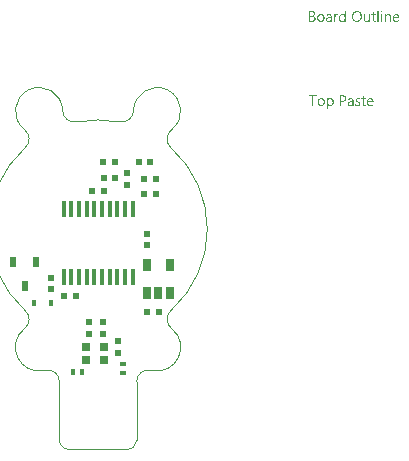
<source format=gtp>
G04*
G04 #@! TF.GenerationSoftware,Altium Limited,Altium Designer,21.9.2 (33)*
G04*
G04 Layer_Color=8421504*
%FSAX25Y25*%
%MOIN*%
G70*
G04*
G04 #@! TF.SameCoordinates,A6586CB6-8B30-4D09-AE0A-FB24D08DFB98*
G04*
G04*
G04 #@! TF.FilePolarity,Positive*
G04*
G01*
G75*
%ADD12C,0.00394*%
%ADD13R,0.01280X0.02461*%
%ADD14R,0.02461X0.01280*%
%ADD15R,0.03150X0.02559*%
%ADD16R,0.02165X0.01968*%
%ADD17R,0.01575X0.05315*%
%ADD18R,0.02362X0.03543*%
%ADD19R,0.02165X0.01968*%
%ADD20R,0.02756X0.03937*%
%ADD21R,0.01968X0.02165*%
%ADD22R,0.01575X0.02362*%
%ADD23R,0.01968X0.02165*%
G36*
X0094583Y0072803D02*
X0094608D01*
X0094664Y0072779D01*
X0094695Y0072760D01*
X0094726Y0072735D01*
X0094732Y0072729D01*
X0094738Y0072723D01*
X0094769Y0072686D01*
X0094794Y0072624D01*
X0094800Y0072587D01*
X0094806Y0072550D01*
Y0072543D01*
Y0072531D01*
X0094800Y0072513D01*
X0094794Y0072488D01*
X0094775Y0072426D01*
X0094750Y0072395D01*
X0094726Y0072364D01*
X0094719D01*
X0094713Y0072351D01*
X0094676Y0072327D01*
X0094620Y0072302D01*
X0094583Y0072296D01*
X0094546Y0072290D01*
X0094527D01*
X0094509Y0072296D01*
X0094484D01*
X0094422Y0072321D01*
X0094391Y0072333D01*
X0094360Y0072358D01*
Y0072364D01*
X0094348Y0072370D01*
X0094336Y0072389D01*
X0094323Y0072407D01*
X0094298Y0072469D01*
X0094292Y0072506D01*
X0094286Y0072550D01*
Y0072556D01*
Y0072568D01*
X0094292Y0072587D01*
X0094298Y0072618D01*
X0094317Y0072673D01*
X0094336Y0072704D01*
X0094360Y0072735D01*
X0094366Y0072742D01*
X0094373Y0072748D01*
X0094410Y0072772D01*
X0094472Y0072797D01*
X0094509Y0072810D01*
X0094564D01*
X0094583Y0072803D01*
D02*
G37*
G36*
X0082593Y0069139D02*
X0082191D01*
Y0069560D01*
X0082178D01*
Y0069554D01*
X0082166Y0069541D01*
X0082147Y0069516D01*
X0082129Y0069485D01*
X0082098Y0069448D01*
X0082061Y0069411D01*
X0082017Y0069368D01*
X0081968Y0069325D01*
X0081912Y0069275D01*
X0081844Y0069232D01*
X0081776Y0069195D01*
X0081695Y0069157D01*
X0081615Y0069126D01*
X0081522Y0069102D01*
X0081423Y0069089D01*
X0081318Y0069083D01*
X0081275D01*
X0081238Y0069089D01*
X0081200Y0069096D01*
X0081151Y0069102D01*
X0081046Y0069126D01*
X0080922Y0069164D01*
X0080798Y0069226D01*
X0080730Y0069263D01*
X0080674Y0069306D01*
X0080612Y0069362D01*
X0080557Y0069417D01*
Y0069424D01*
X0080544Y0069436D01*
X0080532Y0069455D01*
X0080513Y0069479D01*
X0080495Y0069510D01*
X0080470Y0069554D01*
X0080445Y0069603D01*
X0080420Y0069659D01*
X0080389Y0069721D01*
X0080365Y0069789D01*
X0080340Y0069863D01*
X0080321Y0069944D01*
X0080303Y0070030D01*
X0080290Y0070129D01*
X0080284Y0070228D01*
X0080278Y0070334D01*
Y0070340D01*
Y0070358D01*
Y0070395D01*
X0080284Y0070439D01*
X0080290Y0070488D01*
X0080297Y0070550D01*
X0080303Y0070618D01*
X0080315Y0070693D01*
X0080352Y0070854D01*
X0080408Y0071021D01*
X0080445Y0071101D01*
X0080489Y0071182D01*
X0080532Y0071256D01*
X0080588Y0071330D01*
X0080594Y0071336D01*
X0080600Y0071349D01*
X0080618Y0071367D01*
X0080643Y0071392D01*
X0080674Y0071417D01*
X0080717Y0071448D01*
X0080761Y0071485D01*
X0080810Y0071522D01*
X0080934Y0071590D01*
X0081077Y0071652D01*
X0081157Y0071671D01*
X0081244Y0071689D01*
X0081330Y0071702D01*
X0081429Y0071708D01*
X0081479D01*
X0081516Y0071702D01*
X0081553Y0071695D01*
X0081603Y0071689D01*
X0081714Y0071658D01*
X0081838Y0071609D01*
X0081900Y0071578D01*
X0081962Y0071534D01*
X0082024Y0071491D01*
X0082079Y0071435D01*
X0082129Y0071373D01*
X0082178Y0071299D01*
X0082191D01*
Y0072859D01*
X0082593D01*
Y0069139D01*
D02*
G37*
G36*
X0096861Y0071702D02*
X0096935Y0071695D01*
X0097028Y0071677D01*
X0097127Y0071646D01*
X0097232Y0071596D01*
X0097338Y0071528D01*
X0097381Y0071491D01*
X0097424Y0071442D01*
X0097437Y0071429D01*
X0097461Y0071392D01*
X0097492Y0071330D01*
X0097536Y0071244D01*
X0097573Y0071138D01*
X0097610Y0071008D01*
X0097635Y0070854D01*
X0097641Y0070674D01*
Y0069139D01*
X0097239D01*
Y0070569D01*
Y0070575D01*
Y0070606D01*
X0097232Y0070643D01*
Y0070693D01*
X0097220Y0070754D01*
X0097208Y0070823D01*
X0097189Y0070897D01*
X0097164Y0070971D01*
X0097133Y0071045D01*
X0097096Y0071114D01*
X0097047Y0071182D01*
X0096991Y0071244D01*
X0096929Y0071293D01*
X0096849Y0071330D01*
X0096762Y0071361D01*
X0096657Y0071367D01*
X0096644D01*
X0096607Y0071361D01*
X0096552Y0071355D01*
X0096483Y0071336D01*
X0096403Y0071312D01*
X0096316Y0071268D01*
X0096236Y0071213D01*
X0096155Y0071138D01*
X0096149Y0071126D01*
X0096124Y0071101D01*
X0096093Y0071052D01*
X0096056Y0070983D01*
X0096019Y0070903D01*
X0095988Y0070804D01*
X0095964Y0070693D01*
X0095957Y0070569D01*
Y0069139D01*
X0095555D01*
Y0071652D01*
X0095957D01*
Y0071231D01*
X0095970D01*
X0095976Y0071237D01*
X0095982Y0071250D01*
X0096001Y0071275D01*
X0096025Y0071305D01*
X0096050Y0071342D01*
X0096087Y0071380D01*
X0096131Y0071423D01*
X0096180Y0071473D01*
X0096236Y0071516D01*
X0096298Y0071559D01*
X0096366Y0071596D01*
X0096440Y0071633D01*
X0096514Y0071664D01*
X0096601Y0071689D01*
X0096694Y0071702D01*
X0096793Y0071708D01*
X0096830D01*
X0096861Y0071702D01*
D02*
G37*
G36*
X0079863Y0071689D02*
X0079937Y0071683D01*
X0079981Y0071671D01*
X0080012Y0071658D01*
Y0071244D01*
X0080006Y0071250D01*
X0079993Y0071256D01*
X0079969Y0071268D01*
X0079937Y0071287D01*
X0079894Y0071299D01*
X0079839Y0071312D01*
X0079777Y0071318D01*
X0079708Y0071324D01*
X0079696D01*
X0079665Y0071318D01*
X0079616Y0071312D01*
X0079560Y0071293D01*
X0079486Y0071262D01*
X0079418Y0071219D01*
X0079343Y0071157D01*
X0079275Y0071076D01*
X0079269Y0071064D01*
X0079251Y0071033D01*
X0079220Y0070977D01*
X0079189Y0070903D01*
X0079158Y0070810D01*
X0079127Y0070693D01*
X0079108Y0070563D01*
X0079102Y0070414D01*
Y0069139D01*
X0078699D01*
Y0071652D01*
X0079102D01*
Y0071132D01*
X0079114D01*
Y0071138D01*
X0079120Y0071144D01*
X0079133Y0071175D01*
X0079151Y0071225D01*
X0079182Y0071287D01*
X0079213Y0071349D01*
X0079263Y0071417D01*
X0079312Y0071485D01*
X0079374Y0071547D01*
X0079380Y0071553D01*
X0079405Y0071572D01*
X0079442Y0071596D01*
X0079492Y0071621D01*
X0079548Y0071646D01*
X0079616Y0071671D01*
X0079690Y0071689D01*
X0079770Y0071695D01*
X0079826D01*
X0079863Y0071689D01*
D02*
G37*
G36*
X0090603Y0069139D02*
X0090201D01*
Y0069535D01*
X0090188D01*
Y0069529D01*
X0090176Y0069516D01*
X0090163Y0069492D01*
X0090139Y0069467D01*
X0090083Y0069393D01*
X0089996Y0069312D01*
X0089947Y0069269D01*
X0089891Y0069226D01*
X0089829Y0069188D01*
X0089755Y0069151D01*
X0089681Y0069126D01*
X0089600Y0069102D01*
X0089507Y0069089D01*
X0089414Y0069083D01*
X0089377D01*
X0089334Y0069089D01*
X0089272Y0069102D01*
X0089204Y0069114D01*
X0089130Y0069139D01*
X0089049Y0069170D01*
X0088969Y0069219D01*
X0088882Y0069275D01*
X0088802Y0069343D01*
X0088727Y0069430D01*
X0088659Y0069535D01*
X0088597Y0069653D01*
X0088554Y0069795D01*
X0088529Y0069962D01*
X0088517Y0070049D01*
Y0070148D01*
Y0071652D01*
X0088913D01*
Y0070210D01*
Y0070204D01*
Y0070179D01*
X0088919Y0070135D01*
X0088925Y0070086D01*
X0088932Y0070024D01*
X0088944Y0069962D01*
X0088963Y0069888D01*
X0088987Y0069814D01*
X0089025Y0069739D01*
X0089062Y0069671D01*
X0089111Y0069603D01*
X0089173Y0069541D01*
X0089241Y0069492D01*
X0089322Y0069455D01*
X0089421Y0069424D01*
X0089526Y0069417D01*
X0089538D01*
X0089575Y0069424D01*
X0089631Y0069430D01*
X0089693Y0069442D01*
X0089773Y0069473D01*
X0089854Y0069510D01*
X0089934Y0069560D01*
X0090009Y0069634D01*
X0090015Y0069647D01*
X0090040Y0069671D01*
X0090071Y0069721D01*
X0090108Y0069789D01*
X0090139Y0069869D01*
X0090170Y0069968D01*
X0090194Y0070080D01*
X0090201Y0070204D01*
Y0071652D01*
X0090603D01*
Y0069139D01*
D02*
G37*
G36*
X0094738D02*
X0094336D01*
Y0071652D01*
X0094738D01*
Y0069139D01*
D02*
G37*
G36*
X0093518D02*
X0093116D01*
Y0072859D01*
X0093518D01*
Y0069139D01*
D02*
G37*
G36*
X0077140Y0071702D02*
X0077195Y0071695D01*
X0077263Y0071677D01*
X0077338Y0071658D01*
X0077418Y0071627D01*
X0077505Y0071590D01*
X0077585Y0071541D01*
X0077666Y0071479D01*
X0077740Y0071404D01*
X0077808Y0071312D01*
X0077864Y0071206D01*
X0077907Y0071083D01*
X0077932Y0070940D01*
X0077944Y0070773D01*
Y0069139D01*
X0077542D01*
Y0069529D01*
X0077530D01*
Y0069523D01*
X0077517Y0069510D01*
X0077505Y0069485D01*
X0077480Y0069461D01*
X0077418Y0069387D01*
X0077338Y0069306D01*
X0077226Y0069226D01*
X0077096Y0069151D01*
X0077016Y0069126D01*
X0076935Y0069102D01*
X0076849Y0069089D01*
X0076756Y0069083D01*
X0076719D01*
X0076694Y0069089D01*
X0076626Y0069096D01*
X0076545Y0069108D01*
X0076446Y0069133D01*
X0076354Y0069164D01*
X0076254Y0069213D01*
X0076168Y0069275D01*
X0076162Y0069288D01*
X0076137Y0069312D01*
X0076100Y0069356D01*
X0076063Y0069417D01*
X0076025Y0069492D01*
X0075988Y0069578D01*
X0075964Y0069684D01*
X0075957Y0069801D01*
Y0069807D01*
Y0069832D01*
X0075964Y0069869D01*
X0075970Y0069913D01*
X0075982Y0069968D01*
X0076001Y0070030D01*
X0076025Y0070098D01*
X0076063Y0070166D01*
X0076106Y0070241D01*
X0076162Y0070315D01*
X0076230Y0070383D01*
X0076310Y0070445D01*
X0076403Y0070507D01*
X0076515Y0070556D01*
X0076638Y0070594D01*
X0076787Y0070625D01*
X0077542Y0070730D01*
Y0070736D01*
Y0070754D01*
X0077536Y0070792D01*
Y0070829D01*
X0077523Y0070878D01*
X0077517Y0070934D01*
X0077480Y0071052D01*
X0077449Y0071107D01*
X0077418Y0071163D01*
X0077375Y0071219D01*
X0077325Y0071268D01*
X0077263Y0071312D01*
X0077195Y0071342D01*
X0077115Y0071361D01*
X0077022Y0071367D01*
X0076979D01*
X0076948Y0071361D01*
X0076904D01*
X0076861Y0071349D01*
X0076750Y0071330D01*
X0076626Y0071293D01*
X0076490Y0071237D01*
X0076415Y0071200D01*
X0076347Y0071163D01*
X0076273Y0071114D01*
X0076205Y0071058D01*
Y0071473D01*
X0076211D01*
X0076224Y0071485D01*
X0076242Y0071497D01*
X0076273Y0071510D01*
X0076304Y0071528D01*
X0076347Y0071547D01*
X0076397Y0071565D01*
X0076453Y0071590D01*
X0076576Y0071633D01*
X0076725Y0071671D01*
X0076886Y0071695D01*
X0077059Y0071708D01*
X0077096D01*
X0077140Y0071702D01*
D02*
G37*
G36*
X0071451Y0072649D02*
X0071494D01*
X0071538Y0072642D01*
X0071637Y0072630D01*
X0071754Y0072599D01*
X0071878Y0072562D01*
X0071996Y0072506D01*
X0072101Y0072432D01*
X0072107D01*
X0072113Y0072420D01*
X0072144Y0072395D01*
X0072188Y0072345D01*
X0072237Y0072277D01*
X0072281Y0072191D01*
X0072324Y0072092D01*
X0072355Y0071980D01*
X0072367Y0071918D01*
Y0071850D01*
Y0071844D01*
Y0071838D01*
Y0071801D01*
X0072361Y0071745D01*
X0072349Y0071677D01*
X0072330Y0071590D01*
X0072299Y0071504D01*
X0072262Y0071417D01*
X0072206Y0071330D01*
X0072200Y0071318D01*
X0072175Y0071293D01*
X0072138Y0071256D01*
X0072089Y0071206D01*
X0072027Y0071157D01*
X0071952Y0071101D01*
X0071860Y0071058D01*
X0071761Y0071014D01*
Y0071008D01*
X0071779D01*
X0071798Y0071002D01*
X0071816Y0070996D01*
X0071884Y0070983D01*
X0071965Y0070959D01*
X0072052Y0070922D01*
X0072144Y0070878D01*
X0072237Y0070816D01*
X0072324Y0070736D01*
X0072336Y0070723D01*
X0072361Y0070693D01*
X0072392Y0070649D01*
X0072435Y0070581D01*
X0072472Y0070495D01*
X0072510Y0070395D01*
X0072534Y0070278D01*
X0072540Y0070148D01*
Y0070142D01*
Y0070129D01*
Y0070104D01*
X0072534Y0070074D01*
X0072528Y0070037D01*
X0072522Y0069993D01*
X0072497Y0069888D01*
X0072460Y0069770D01*
X0072404Y0069647D01*
X0072367Y0069591D01*
X0072324Y0069529D01*
X0072268Y0069473D01*
X0072212Y0069417D01*
X0072206D01*
X0072200Y0069405D01*
X0072181Y0069393D01*
X0072157Y0069374D01*
X0072126Y0069356D01*
X0072082Y0069331D01*
X0071990Y0069281D01*
X0071872Y0069226D01*
X0071736Y0069182D01*
X0071575Y0069151D01*
X0071494Y0069145D01*
X0071402Y0069139D01*
X0070374D01*
Y0072655D01*
X0071420D01*
X0071451Y0072649D01*
D02*
G37*
G36*
X0091946Y0071652D02*
X0092584D01*
Y0071305D01*
X0091946D01*
Y0069888D01*
Y0069876D01*
Y0069845D01*
X0091952Y0069801D01*
X0091958Y0069745D01*
X0091983Y0069628D01*
X0092002Y0069572D01*
X0092033Y0069529D01*
X0092039Y0069523D01*
X0092051Y0069510D01*
X0092070Y0069498D01*
X0092101Y0069479D01*
X0092138Y0069455D01*
X0092188Y0069442D01*
X0092250Y0069430D01*
X0092318Y0069424D01*
X0092342D01*
X0092373Y0069430D01*
X0092410Y0069436D01*
X0092497Y0069461D01*
X0092540Y0069479D01*
X0092584Y0069504D01*
Y0069157D01*
X0092577D01*
X0092559Y0069145D01*
X0092528Y0069139D01*
X0092485Y0069126D01*
X0092429Y0069114D01*
X0092367Y0069102D01*
X0092293Y0069096D01*
X0092206Y0069089D01*
X0092175D01*
X0092144Y0069096D01*
X0092101Y0069102D01*
X0092051Y0069114D01*
X0091996Y0069126D01*
X0091940Y0069151D01*
X0091878Y0069182D01*
X0091816Y0069219D01*
X0091754Y0069269D01*
X0091699Y0069325D01*
X0091649Y0069399D01*
X0091606Y0069479D01*
X0091575Y0069578D01*
X0091550Y0069690D01*
X0091544Y0069820D01*
Y0071305D01*
X0091117D01*
Y0071652D01*
X0091544D01*
Y0072265D01*
X0091946Y0072395D01*
Y0071652D01*
D02*
G37*
G36*
X0099473Y0071702D02*
X0099516Y0071695D01*
X0099560Y0071689D01*
X0099671Y0071671D01*
X0099795Y0071627D01*
X0099919Y0071572D01*
X0099981Y0071534D01*
X0100043Y0071491D01*
X0100098Y0071442D01*
X0100154Y0071386D01*
X0100160Y0071380D01*
X0100166Y0071373D01*
X0100179Y0071355D01*
X0100197Y0071330D01*
X0100216Y0071293D01*
X0100241Y0071256D01*
X0100266Y0071213D01*
X0100290Y0071157D01*
X0100315Y0071095D01*
X0100340Y0071033D01*
X0100364Y0070959D01*
X0100383Y0070878D01*
X0100402Y0070792D01*
X0100414Y0070705D01*
X0100426Y0070606D01*
Y0070501D01*
Y0070290D01*
X0098650D01*
Y0070284D01*
Y0070272D01*
Y0070253D01*
X0098656Y0070222D01*
X0098662Y0070185D01*
Y0070148D01*
X0098681Y0070049D01*
X0098712Y0069950D01*
X0098749Y0069838D01*
X0098805Y0069733D01*
X0098873Y0069640D01*
X0098885Y0069628D01*
X0098910Y0069603D01*
X0098959Y0069572D01*
X0099028Y0069529D01*
X0099114Y0069485D01*
X0099213Y0069455D01*
X0099331Y0069430D01*
X0099467Y0069417D01*
X0099510D01*
X0099541Y0069424D01*
X0099578D01*
X0099622Y0069430D01*
X0099727Y0069455D01*
X0099845Y0069485D01*
X0099975Y0069535D01*
X0100111Y0069603D01*
X0100179Y0069647D01*
X0100247Y0069696D01*
Y0069318D01*
X0100241D01*
X0100235Y0069306D01*
X0100216Y0069300D01*
X0100185Y0069281D01*
X0100154Y0069263D01*
X0100117Y0069244D01*
X0100067Y0069226D01*
X0100018Y0069201D01*
X0099956Y0069176D01*
X0099888Y0069157D01*
X0099739Y0069120D01*
X0099566Y0069096D01*
X0099374Y0069083D01*
X0099325D01*
X0099287Y0069089D01*
X0099244Y0069096D01*
X0099189Y0069102D01*
X0099071Y0069126D01*
X0098935Y0069164D01*
X0098799Y0069226D01*
X0098730Y0069269D01*
X0098662Y0069312D01*
X0098600Y0069362D01*
X0098539Y0069424D01*
X0098532Y0069430D01*
X0098526Y0069442D01*
X0098514Y0069461D01*
X0098489Y0069485D01*
X0098470Y0069523D01*
X0098446Y0069566D01*
X0098415Y0069616D01*
X0098390Y0069671D01*
X0098359Y0069733D01*
X0098334Y0069807D01*
X0098303Y0069888D01*
X0098285Y0069974D01*
X0098266Y0070067D01*
X0098248Y0070166D01*
X0098241Y0070272D01*
X0098235Y0070383D01*
Y0070389D01*
Y0070408D01*
Y0070439D01*
X0098241Y0070482D01*
X0098248Y0070532D01*
X0098254Y0070587D01*
X0098260Y0070655D01*
X0098278Y0070723D01*
X0098316Y0070872D01*
X0098371Y0071033D01*
X0098409Y0071114D01*
X0098458Y0071188D01*
X0098508Y0071268D01*
X0098563Y0071336D01*
X0098569Y0071342D01*
X0098582Y0071355D01*
X0098600Y0071373D01*
X0098625Y0071392D01*
X0098656Y0071423D01*
X0098693Y0071454D01*
X0098743Y0071485D01*
X0098792Y0071522D01*
X0098910Y0071590D01*
X0099052Y0071652D01*
X0099133Y0071671D01*
X0099213Y0071689D01*
X0099300Y0071702D01*
X0099393Y0071708D01*
X0099442D01*
X0099473Y0071702D01*
D02*
G37*
G36*
X0086431Y0072711D02*
X0086493Y0072704D01*
X0086567Y0072692D01*
X0086647Y0072673D01*
X0086734Y0072655D01*
X0086821Y0072630D01*
X0086920Y0072599D01*
X0087013Y0072556D01*
X0087112Y0072506D01*
X0087211Y0072451D01*
X0087304Y0072382D01*
X0087397Y0072308D01*
X0087483Y0072221D01*
X0087489Y0072215D01*
X0087502Y0072197D01*
X0087527Y0072172D01*
X0087551Y0072135D01*
X0087588Y0072085D01*
X0087625Y0072023D01*
X0087663Y0071955D01*
X0087706Y0071881D01*
X0087749Y0071788D01*
X0087787Y0071695D01*
X0087824Y0071590D01*
X0087861Y0071473D01*
X0087885Y0071355D01*
X0087910Y0071225D01*
X0087923Y0071083D01*
X0087929Y0070940D01*
Y0070928D01*
Y0070903D01*
Y0070860D01*
X0087923Y0070798D01*
X0087916Y0070723D01*
X0087904Y0070643D01*
X0087892Y0070550D01*
X0087873Y0070445D01*
X0087848Y0070340D01*
X0087817Y0070228D01*
X0087780Y0070117D01*
X0087737Y0070006D01*
X0087681Y0069888D01*
X0087619Y0069783D01*
X0087551Y0069677D01*
X0087471Y0069578D01*
X0087465Y0069572D01*
X0087452Y0069560D01*
X0087421Y0069535D01*
X0087390Y0069504D01*
X0087341Y0069461D01*
X0087285Y0069424D01*
X0087223Y0069374D01*
X0087149Y0069331D01*
X0087068Y0069288D01*
X0086976Y0069238D01*
X0086876Y0069201D01*
X0086765Y0069164D01*
X0086647Y0069126D01*
X0086524Y0069102D01*
X0086394Y0069089D01*
X0086251Y0069083D01*
X0086220D01*
X0086177Y0069089D01*
X0086128D01*
X0086066Y0069096D01*
X0085991Y0069108D01*
X0085911Y0069126D01*
X0085818Y0069145D01*
X0085725Y0069170D01*
X0085626Y0069201D01*
X0085527Y0069244D01*
X0085428Y0069288D01*
X0085329Y0069343D01*
X0085230Y0069411D01*
X0085137Y0069485D01*
X0085050Y0069572D01*
X0085044Y0069578D01*
X0085032Y0069597D01*
X0085007Y0069622D01*
X0084982Y0069659D01*
X0084945Y0069708D01*
X0084908Y0069770D01*
X0084871Y0069838D01*
X0084828Y0069919D01*
X0084784Y0070006D01*
X0084747Y0070098D01*
X0084710Y0070204D01*
X0084673Y0070321D01*
X0084648Y0070439D01*
X0084623Y0070569D01*
X0084611Y0070711D01*
X0084605Y0070854D01*
Y0070866D01*
Y0070891D01*
X0084611Y0070934D01*
Y0070996D01*
X0084617Y0071064D01*
X0084630Y0071151D01*
X0084642Y0071244D01*
X0084661Y0071342D01*
X0084685Y0071448D01*
X0084716Y0071559D01*
X0084753Y0071671D01*
X0084797Y0071782D01*
X0084852Y0071893D01*
X0084914Y0072005D01*
X0084982Y0072110D01*
X0085063Y0072209D01*
X0085069Y0072215D01*
X0085081Y0072234D01*
X0085112Y0072259D01*
X0085150Y0072290D01*
X0085193Y0072327D01*
X0085249Y0072370D01*
X0085317Y0072413D01*
X0085391Y0072463D01*
X0085478Y0072513D01*
X0085571Y0072556D01*
X0085669Y0072599D01*
X0085781Y0072636D01*
X0085905Y0072667D01*
X0086035Y0072698D01*
X0086171Y0072711D01*
X0086313Y0072717D01*
X0086381D01*
X0086431Y0072711D01*
D02*
G37*
G36*
X0074404Y0071702D02*
X0074447Y0071695D01*
X0074503Y0071689D01*
X0074626Y0071664D01*
X0074769Y0071621D01*
X0074911Y0071559D01*
X0074986Y0071522D01*
X0075054Y0071479D01*
X0075122Y0071423D01*
X0075184Y0071361D01*
X0075190Y0071355D01*
X0075196Y0071342D01*
X0075215Y0071324D01*
X0075233Y0071299D01*
X0075258Y0071262D01*
X0075283Y0071219D01*
X0075314Y0071169D01*
X0075345Y0071114D01*
X0075369Y0071045D01*
X0075400Y0070977D01*
X0075425Y0070897D01*
X0075450Y0070810D01*
X0075468Y0070717D01*
X0075487Y0070618D01*
X0075493Y0070513D01*
X0075499Y0070402D01*
Y0070395D01*
Y0070377D01*
Y0070346D01*
X0075493Y0070303D01*
X0075487Y0070253D01*
X0075481Y0070191D01*
X0075468Y0070129D01*
X0075456Y0070055D01*
X0075419Y0069907D01*
X0075357Y0069745D01*
X0075320Y0069665D01*
X0075270Y0069585D01*
X0075221Y0069510D01*
X0075159Y0069442D01*
X0075153Y0069436D01*
X0075140Y0069430D01*
X0075122Y0069411D01*
X0075097Y0069387D01*
X0075060Y0069362D01*
X0075023Y0069331D01*
X0074973Y0069294D01*
X0074918Y0069263D01*
X0074856Y0069232D01*
X0074787Y0069195D01*
X0074713Y0069164D01*
X0074633Y0069139D01*
X0074546Y0069114D01*
X0074453Y0069102D01*
X0074354Y0069089D01*
X0074249Y0069083D01*
X0074193D01*
X0074156Y0069089D01*
X0074113Y0069096D01*
X0074057Y0069102D01*
X0073995Y0069114D01*
X0073927Y0069126D01*
X0073785Y0069170D01*
X0073636Y0069232D01*
X0073562Y0069269D01*
X0073494Y0069318D01*
X0073426Y0069368D01*
X0073358Y0069430D01*
X0073351Y0069436D01*
X0073345Y0069448D01*
X0073327Y0069467D01*
X0073308Y0069492D01*
X0073283Y0069529D01*
X0073252Y0069572D01*
X0073221Y0069622D01*
X0073197Y0069677D01*
X0073166Y0069745D01*
X0073135Y0069814D01*
X0073104Y0069888D01*
X0073079Y0069974D01*
X0073042Y0070160D01*
X0073036Y0070259D01*
X0073030Y0070364D01*
Y0070371D01*
Y0070395D01*
Y0070426D01*
X0073036Y0070470D01*
X0073042Y0070519D01*
X0073048Y0070581D01*
X0073061Y0070649D01*
X0073073Y0070723D01*
X0073110Y0070885D01*
X0073172Y0071045D01*
X0073215Y0071126D01*
X0073259Y0071206D01*
X0073308Y0071281D01*
X0073370Y0071349D01*
X0073376Y0071355D01*
X0073388Y0071367D01*
X0073407Y0071380D01*
X0073432Y0071404D01*
X0073469Y0071429D01*
X0073512Y0071460D01*
X0073562Y0071497D01*
X0073618Y0071528D01*
X0073680Y0071559D01*
X0073754Y0071596D01*
X0073828Y0071627D01*
X0073915Y0071652D01*
X0074001Y0071677D01*
X0074100Y0071695D01*
X0074206Y0071702D01*
X0074311Y0071708D01*
X0074366D01*
X0074404Y0071702D01*
D02*
G37*
G36*
X0077616Y0043663D02*
X0077660Y0043657D01*
X0077703Y0043651D01*
X0077814Y0043626D01*
X0077938Y0043589D01*
X0078062Y0043527D01*
X0078124Y0043490D01*
X0078186Y0043440D01*
X0078241Y0043391D01*
X0078297Y0043329D01*
X0078303Y0043323D01*
X0078310Y0043317D01*
X0078322Y0043292D01*
X0078341Y0043267D01*
X0078359Y0043236D01*
X0078384Y0043193D01*
X0078409Y0043143D01*
X0078433Y0043094D01*
X0078458Y0043032D01*
X0078483Y0042964D01*
X0078508Y0042890D01*
X0078526Y0042809D01*
X0078557Y0042630D01*
X0078570Y0042531D01*
Y0042425D01*
Y0042419D01*
Y0042401D01*
Y0042363D01*
X0078563Y0042320D01*
Y0042271D01*
X0078551Y0042209D01*
X0078545Y0042141D01*
X0078532Y0042066D01*
X0078495Y0041905D01*
X0078440Y0041738D01*
X0078402Y0041658D01*
X0078365Y0041577D01*
X0078316Y0041497D01*
X0078260Y0041423D01*
X0078254Y0041416D01*
X0078248Y0041404D01*
X0078229Y0041385D01*
X0078204Y0041367D01*
X0078173Y0041336D01*
X0078136Y0041305D01*
X0078093Y0041268D01*
X0078043Y0041237D01*
X0077988Y0041200D01*
X0077926Y0041163D01*
X0077777Y0041107D01*
X0077697Y0041082D01*
X0077616Y0041063D01*
X0077523Y0041051D01*
X0077424Y0041045D01*
X0077375D01*
X0077344Y0041051D01*
X0077301Y0041057D01*
X0077257Y0041070D01*
X0077146Y0041094D01*
X0077028Y0041144D01*
X0076960Y0041181D01*
X0076898Y0041218D01*
X0076836Y0041268D01*
X0076781Y0041324D01*
X0076719Y0041385D01*
X0076669Y0041460D01*
X0076657D01*
Y0039949D01*
X0076254D01*
Y0043614D01*
X0076657D01*
Y0043168D01*
X0076669D01*
X0076675Y0043174D01*
X0076682Y0043193D01*
X0076700Y0043218D01*
X0076725Y0043249D01*
X0076756Y0043286D01*
X0076793Y0043329D01*
X0076836Y0043372D01*
X0076892Y0043422D01*
X0076948Y0043465D01*
X0077010Y0043509D01*
X0077084Y0043552D01*
X0077158Y0043589D01*
X0077245Y0043626D01*
X0077338Y0043651D01*
X0077431Y0043663D01*
X0077536Y0043670D01*
X0077585D01*
X0077616Y0043663D01*
D02*
G37*
G36*
X0086889D02*
X0086969Y0043657D01*
X0087056Y0043645D01*
X0087155Y0043620D01*
X0087254Y0043595D01*
X0087353Y0043558D01*
Y0043150D01*
X0087341Y0043156D01*
X0087304Y0043181D01*
X0087248Y0043205D01*
X0087174Y0043242D01*
X0087081Y0043273D01*
X0086969Y0043304D01*
X0086846Y0043323D01*
X0086716Y0043329D01*
X0086647D01*
X0086586Y0043317D01*
X0086511Y0043304D01*
X0086505D01*
X0086499Y0043298D01*
X0086462Y0043286D01*
X0086412Y0043261D01*
X0086357Y0043230D01*
X0086344Y0043224D01*
X0086319Y0043199D01*
X0086288Y0043162D01*
X0086257Y0043119D01*
X0086251Y0043106D01*
X0086239Y0043075D01*
X0086227Y0043032D01*
X0086220Y0042976D01*
Y0042970D01*
Y0042958D01*
Y0042939D01*
X0086227Y0042921D01*
X0086239Y0042865D01*
X0086257Y0042809D01*
X0086264Y0042797D01*
X0086282Y0042772D01*
X0086319Y0042735D01*
X0086363Y0042691D01*
X0086369D01*
X0086375Y0042685D01*
X0086412Y0042661D01*
X0086462Y0042630D01*
X0086530Y0042599D01*
X0086536D01*
X0086549Y0042592D01*
X0086567Y0042586D01*
X0086598Y0042574D01*
X0086666Y0042549D01*
X0086753Y0042512D01*
X0086759D01*
X0086784Y0042500D01*
X0086815Y0042487D01*
X0086852Y0042475D01*
X0086951Y0042432D01*
X0087050Y0042382D01*
X0087056D01*
X0087075Y0042370D01*
X0087099Y0042357D01*
X0087130Y0042339D01*
X0087205Y0042289D01*
X0087279Y0042227D01*
X0087285Y0042221D01*
X0087297Y0042215D01*
X0087310Y0042196D01*
X0087335Y0042171D01*
X0087378Y0042110D01*
X0087421Y0042029D01*
Y0042023D01*
X0087427Y0042011D01*
X0087440Y0041986D01*
X0087446Y0041955D01*
X0087458Y0041918D01*
X0087465Y0041874D01*
X0087471Y0041769D01*
Y0041763D01*
Y0041738D01*
X0087465Y0041701D01*
X0087458Y0041658D01*
X0087452Y0041608D01*
X0087434Y0041552D01*
X0087415Y0041503D01*
X0087384Y0041447D01*
X0087378Y0041441D01*
X0087372Y0041423D01*
X0087353Y0041398D01*
X0087328Y0041367D01*
X0087297Y0041330D01*
X0087260Y0041293D01*
X0087168Y0041218D01*
X0087161Y0041212D01*
X0087143Y0041206D01*
X0087118Y0041187D01*
X0087075Y0041169D01*
X0087031Y0041144D01*
X0086976Y0041125D01*
X0086920Y0041107D01*
X0086852Y0041088D01*
X0086846D01*
X0086821Y0041082D01*
X0086784Y0041076D01*
X0086740Y0041070D01*
X0086678Y0041057D01*
X0086617Y0041051D01*
X0086474Y0041045D01*
X0086412D01*
X0086338Y0041051D01*
X0086245Y0041063D01*
X0086140Y0041082D01*
X0086028Y0041107D01*
X0085917Y0041138D01*
X0085806Y0041187D01*
Y0041621D01*
X0085812D01*
X0085818Y0041608D01*
X0085837Y0041596D01*
X0085861Y0041583D01*
X0085930Y0041546D01*
X0086022Y0041503D01*
X0086128Y0041453D01*
X0086251Y0041416D01*
X0086387Y0041392D01*
X0086530Y0041379D01*
X0086579D01*
X0086610Y0041385D01*
X0086697Y0041398D01*
X0086796Y0041423D01*
X0086889Y0041466D01*
X0086932Y0041497D01*
X0086976Y0041528D01*
X0087006Y0041571D01*
X0087031Y0041614D01*
X0087050Y0041670D01*
X0087056Y0041732D01*
Y0041738D01*
Y0041751D01*
Y0041769D01*
X0087050Y0041788D01*
X0087037Y0041844D01*
X0087013Y0041899D01*
Y0041905D01*
X0087006Y0041912D01*
X0086982Y0041943D01*
X0086945Y0041986D01*
X0086889Y0042023D01*
X0086883D01*
X0086876Y0042035D01*
X0086839Y0042054D01*
X0086784Y0042091D01*
X0086709Y0042122D01*
X0086703D01*
X0086691Y0042128D01*
X0086672Y0042141D01*
X0086641Y0042153D01*
X0086573Y0042178D01*
X0086487Y0042215D01*
X0086480D01*
X0086456Y0042227D01*
X0086425Y0042240D01*
X0086387Y0042252D01*
X0086288Y0042295D01*
X0086189Y0042345D01*
X0086183Y0042351D01*
X0086171Y0042357D01*
X0086146Y0042370D01*
X0086115Y0042388D01*
X0086047Y0042438D01*
X0085979Y0042493D01*
X0085973Y0042500D01*
X0085967Y0042506D01*
X0085948Y0042524D01*
X0085930Y0042549D01*
X0085886Y0042611D01*
X0085849Y0042685D01*
Y0042691D01*
X0085843Y0042704D01*
X0085837Y0042729D01*
X0085830Y0042760D01*
X0085824Y0042797D01*
X0085818Y0042840D01*
X0085812Y0042945D01*
Y0042952D01*
Y0042976D01*
X0085818Y0043007D01*
X0085824Y0043051D01*
X0085830Y0043100D01*
X0085849Y0043150D01*
X0085868Y0043205D01*
X0085892Y0043255D01*
X0085899Y0043261D01*
X0085905Y0043280D01*
X0085923Y0043304D01*
X0085948Y0043335D01*
X0086016Y0043409D01*
X0086103Y0043484D01*
X0086109Y0043490D01*
X0086128Y0043496D01*
X0086152Y0043515D01*
X0086196Y0043533D01*
X0086239Y0043558D01*
X0086288Y0043583D01*
X0086412Y0043620D01*
X0086418D01*
X0086443Y0043626D01*
X0086474Y0043639D01*
X0086524Y0043645D01*
X0086573Y0043657D01*
X0086635Y0043663D01*
X0086771Y0043670D01*
X0086827D01*
X0086889Y0043663D01*
D02*
G37*
G36*
X0084394D02*
X0084450Y0043657D01*
X0084518Y0043639D01*
X0084592Y0043620D01*
X0084673Y0043589D01*
X0084760Y0043552D01*
X0084840Y0043502D01*
X0084921Y0043440D01*
X0084995Y0043366D01*
X0085063Y0043273D01*
X0085119Y0043168D01*
X0085162Y0043044D01*
X0085187Y0042902D01*
X0085199Y0042735D01*
Y0041101D01*
X0084797D01*
Y0041491D01*
X0084784D01*
Y0041484D01*
X0084772Y0041472D01*
X0084760Y0041447D01*
X0084735Y0041423D01*
X0084673Y0041348D01*
X0084592Y0041268D01*
X0084481Y0041187D01*
X0084351Y0041113D01*
X0084271Y0041088D01*
X0084190Y0041063D01*
X0084103Y0041051D01*
X0084011Y0041045D01*
X0083973D01*
X0083949Y0041051D01*
X0083881Y0041057D01*
X0083800Y0041070D01*
X0083701Y0041094D01*
X0083608Y0041125D01*
X0083509Y0041175D01*
X0083422Y0041237D01*
X0083416Y0041249D01*
X0083392Y0041274D01*
X0083354Y0041317D01*
X0083317Y0041379D01*
X0083280Y0041453D01*
X0083243Y0041540D01*
X0083218Y0041645D01*
X0083212Y0041763D01*
Y0041769D01*
Y0041794D01*
X0083218Y0041831D01*
X0083224Y0041874D01*
X0083237Y0041930D01*
X0083255Y0041992D01*
X0083280Y0042060D01*
X0083317Y0042128D01*
X0083361Y0042202D01*
X0083416Y0042277D01*
X0083484Y0042345D01*
X0083565Y0042407D01*
X0083658Y0042469D01*
X0083769Y0042518D01*
X0083893Y0042555D01*
X0084042Y0042586D01*
X0084797Y0042691D01*
Y0042698D01*
Y0042716D01*
X0084790Y0042753D01*
Y0042790D01*
X0084778Y0042840D01*
X0084772Y0042896D01*
X0084735Y0043013D01*
X0084704Y0043069D01*
X0084673Y0043125D01*
X0084630Y0043181D01*
X0084580Y0043230D01*
X0084518Y0043273D01*
X0084450Y0043304D01*
X0084370Y0043323D01*
X0084277Y0043329D01*
X0084233D01*
X0084202Y0043323D01*
X0084159D01*
X0084116Y0043310D01*
X0084004Y0043292D01*
X0083881Y0043255D01*
X0083744Y0043199D01*
X0083670Y0043162D01*
X0083602Y0043125D01*
X0083528Y0043075D01*
X0083460Y0043020D01*
Y0043434D01*
X0083466D01*
X0083478Y0043447D01*
X0083497Y0043459D01*
X0083528Y0043471D01*
X0083559Y0043490D01*
X0083602Y0043509D01*
X0083652Y0043527D01*
X0083707Y0043552D01*
X0083831Y0043595D01*
X0083980Y0043632D01*
X0084141Y0043657D01*
X0084314Y0043670D01*
X0084351D01*
X0084394Y0043663D01*
D02*
G37*
G36*
X0081695Y0044610D02*
X0081745D01*
X0081795Y0044604D01*
X0081924Y0044579D01*
X0082061Y0044548D01*
X0082209Y0044499D01*
X0082352Y0044431D01*
X0082414Y0044388D01*
X0082476Y0044338D01*
X0082482D01*
X0082488Y0044326D01*
X0082506Y0044307D01*
X0082525Y0044289D01*
X0082574Y0044227D01*
X0082636Y0044140D01*
X0082692Y0044028D01*
X0082742Y0043899D01*
X0082779Y0043744D01*
X0082785Y0043657D01*
X0082791Y0043564D01*
Y0043558D01*
Y0043540D01*
Y0043515D01*
X0082785Y0043484D01*
X0082779Y0043440D01*
X0082773Y0043391D01*
X0082748Y0043273D01*
X0082705Y0043143D01*
X0082643Y0043007D01*
X0082605Y0042939D01*
X0082562Y0042871D01*
X0082506Y0042803D01*
X0082445Y0042741D01*
X0082438Y0042735D01*
X0082426Y0042729D01*
X0082407Y0042710D01*
X0082383Y0042691D01*
X0082345Y0042667D01*
X0082302Y0042642D01*
X0082253Y0042611D01*
X0082197Y0042586D01*
X0082135Y0042555D01*
X0082067Y0042524D01*
X0081986Y0042500D01*
X0081906Y0042475D01*
X0081720Y0042438D01*
X0081621Y0042432D01*
X0081516Y0042425D01*
X0081052D01*
Y0041101D01*
X0080637D01*
Y0044617D01*
X0081658D01*
X0081695Y0044610D01*
D02*
G37*
G36*
X0072813Y0044245D02*
X0071798D01*
Y0041101D01*
X0071389D01*
Y0044245D01*
X0070374D01*
Y0044617D01*
X0072813D01*
Y0044245D01*
D02*
G37*
G36*
X0088622Y0043614D02*
X0089260D01*
Y0043267D01*
X0088622D01*
Y0041850D01*
Y0041837D01*
Y0041806D01*
X0088628Y0041763D01*
X0088635Y0041707D01*
X0088659Y0041590D01*
X0088678Y0041534D01*
X0088709Y0041491D01*
X0088715Y0041484D01*
X0088727Y0041472D01*
X0088746Y0041460D01*
X0088777Y0041441D01*
X0088814Y0041416D01*
X0088863Y0041404D01*
X0088925Y0041392D01*
X0088994Y0041385D01*
X0089018D01*
X0089049Y0041392D01*
X0089086Y0041398D01*
X0089173Y0041423D01*
X0089216Y0041441D01*
X0089260Y0041466D01*
Y0041119D01*
X0089253D01*
X0089235Y0041107D01*
X0089204Y0041101D01*
X0089161Y0041088D01*
X0089105Y0041076D01*
X0089043Y0041063D01*
X0088969Y0041057D01*
X0088882Y0041051D01*
X0088851D01*
X0088820Y0041057D01*
X0088777Y0041063D01*
X0088727Y0041076D01*
X0088672Y0041088D01*
X0088616Y0041113D01*
X0088554Y0041144D01*
X0088492Y0041181D01*
X0088430Y0041231D01*
X0088375Y0041286D01*
X0088325Y0041361D01*
X0088282Y0041441D01*
X0088251Y0041540D01*
X0088226Y0041652D01*
X0088220Y0041782D01*
Y0043267D01*
X0087793D01*
Y0043614D01*
X0088220D01*
Y0044227D01*
X0088622Y0044357D01*
Y0043614D01*
D02*
G37*
G36*
X0090863Y0043663D02*
X0090906Y0043657D01*
X0090950Y0043651D01*
X0091061Y0043632D01*
X0091185Y0043589D01*
X0091309Y0043533D01*
X0091370Y0043496D01*
X0091432Y0043453D01*
X0091488Y0043403D01*
X0091544Y0043348D01*
X0091550Y0043341D01*
X0091556Y0043335D01*
X0091569Y0043317D01*
X0091587Y0043292D01*
X0091606Y0043255D01*
X0091631Y0043218D01*
X0091655Y0043174D01*
X0091680Y0043119D01*
X0091705Y0043057D01*
X0091729Y0042995D01*
X0091754Y0042921D01*
X0091773Y0042840D01*
X0091791Y0042753D01*
X0091804Y0042667D01*
X0091816Y0042568D01*
Y0042463D01*
Y0042252D01*
X0090040D01*
Y0042246D01*
Y0042233D01*
Y0042215D01*
X0090046Y0042184D01*
X0090052Y0042147D01*
Y0042110D01*
X0090071Y0042011D01*
X0090101Y0041912D01*
X0090139Y0041800D01*
X0090194Y0041695D01*
X0090263Y0041602D01*
X0090275Y0041590D01*
X0090300Y0041565D01*
X0090349Y0041534D01*
X0090417Y0041491D01*
X0090504Y0041447D01*
X0090603Y0041416D01*
X0090720Y0041392D01*
X0090857Y0041379D01*
X0090900D01*
X0090931Y0041385D01*
X0090968D01*
X0091012Y0041392D01*
X0091117Y0041416D01*
X0091234Y0041447D01*
X0091364Y0041497D01*
X0091501Y0041565D01*
X0091569Y0041608D01*
X0091637Y0041658D01*
Y0041280D01*
X0091631D01*
X0091624Y0041268D01*
X0091606Y0041262D01*
X0091575Y0041243D01*
X0091544Y0041225D01*
X0091507Y0041206D01*
X0091457Y0041187D01*
X0091408Y0041163D01*
X0091346Y0041138D01*
X0091278Y0041119D01*
X0091129Y0041082D01*
X0090956Y0041057D01*
X0090764Y0041045D01*
X0090714D01*
X0090677Y0041051D01*
X0090634Y0041057D01*
X0090578Y0041063D01*
X0090461Y0041088D01*
X0090324Y0041125D01*
X0090188Y0041187D01*
X0090120Y0041231D01*
X0090052Y0041274D01*
X0089990Y0041324D01*
X0089928Y0041385D01*
X0089922Y0041392D01*
X0089916Y0041404D01*
X0089903Y0041423D01*
X0089879Y0041447D01*
X0089860Y0041484D01*
X0089835Y0041528D01*
X0089804Y0041577D01*
X0089780Y0041633D01*
X0089749Y0041695D01*
X0089724Y0041769D01*
X0089693Y0041850D01*
X0089674Y0041936D01*
X0089656Y0042029D01*
X0089637Y0042128D01*
X0089631Y0042233D01*
X0089625Y0042345D01*
Y0042351D01*
Y0042370D01*
Y0042401D01*
X0089631Y0042444D01*
X0089637Y0042493D01*
X0089644Y0042549D01*
X0089650Y0042617D01*
X0089668Y0042685D01*
X0089705Y0042834D01*
X0089761Y0042995D01*
X0089798Y0043075D01*
X0089848Y0043150D01*
X0089897Y0043230D01*
X0089953Y0043298D01*
X0089959Y0043304D01*
X0089972Y0043317D01*
X0089990Y0043335D01*
X0090015Y0043354D01*
X0090046Y0043385D01*
X0090083Y0043416D01*
X0090132Y0043447D01*
X0090182Y0043484D01*
X0090300Y0043552D01*
X0090442Y0043614D01*
X0090522Y0043632D01*
X0090603Y0043651D01*
X0090690Y0043663D01*
X0090782Y0043670D01*
X0090832D01*
X0090863Y0043663D01*
D02*
G37*
G36*
X0074515D02*
X0074558Y0043657D01*
X0074614Y0043651D01*
X0074738Y0043626D01*
X0074880Y0043583D01*
X0075023Y0043521D01*
X0075097Y0043484D01*
X0075165Y0043440D01*
X0075233Y0043385D01*
X0075295Y0043323D01*
X0075301Y0043317D01*
X0075307Y0043304D01*
X0075326Y0043286D01*
X0075345Y0043261D01*
X0075369Y0043224D01*
X0075394Y0043181D01*
X0075425Y0043131D01*
X0075456Y0043075D01*
X0075481Y0043007D01*
X0075512Y0042939D01*
X0075537Y0042859D01*
X0075561Y0042772D01*
X0075580Y0042679D01*
X0075598Y0042580D01*
X0075604Y0042475D01*
X0075611Y0042363D01*
Y0042357D01*
Y0042339D01*
Y0042308D01*
X0075604Y0042264D01*
X0075598Y0042215D01*
X0075592Y0042153D01*
X0075580Y0042091D01*
X0075567Y0042017D01*
X0075530Y0041868D01*
X0075468Y0041707D01*
X0075431Y0041627D01*
X0075382Y0041546D01*
X0075332Y0041472D01*
X0075270Y0041404D01*
X0075264Y0041398D01*
X0075252Y0041392D01*
X0075233Y0041373D01*
X0075208Y0041348D01*
X0075171Y0041324D01*
X0075134Y0041293D01*
X0075085Y0041255D01*
X0075029Y0041225D01*
X0074967Y0041194D01*
X0074899Y0041156D01*
X0074825Y0041125D01*
X0074744Y0041101D01*
X0074657Y0041076D01*
X0074565Y0041063D01*
X0074466Y0041051D01*
X0074360Y0041045D01*
X0074305D01*
X0074268Y0041051D01*
X0074224Y0041057D01*
X0074168Y0041063D01*
X0074107Y0041076D01*
X0074038Y0041088D01*
X0073896Y0041132D01*
X0073748Y0041194D01*
X0073673Y0041231D01*
X0073605Y0041280D01*
X0073537Y0041330D01*
X0073469Y0041392D01*
X0073463Y0041398D01*
X0073457Y0041410D01*
X0073438Y0041429D01*
X0073419Y0041453D01*
X0073395Y0041491D01*
X0073364Y0041534D01*
X0073333Y0041583D01*
X0073308Y0041639D01*
X0073277Y0041707D01*
X0073246Y0041775D01*
X0073215Y0041850D01*
X0073190Y0041936D01*
X0073153Y0042122D01*
X0073147Y0042221D01*
X0073141Y0042326D01*
Y0042333D01*
Y0042357D01*
Y0042388D01*
X0073147Y0042432D01*
X0073153Y0042481D01*
X0073159Y0042543D01*
X0073172Y0042611D01*
X0073184Y0042685D01*
X0073221Y0042846D01*
X0073283Y0043007D01*
X0073327Y0043088D01*
X0073370Y0043168D01*
X0073419Y0043242D01*
X0073481Y0043310D01*
X0073488Y0043317D01*
X0073500Y0043329D01*
X0073519Y0043341D01*
X0073543Y0043366D01*
X0073580Y0043391D01*
X0073624Y0043422D01*
X0073673Y0043459D01*
X0073729Y0043490D01*
X0073791Y0043521D01*
X0073865Y0043558D01*
X0073939Y0043589D01*
X0074026Y0043614D01*
X0074113Y0043639D01*
X0074212Y0043657D01*
X0074317Y0043663D01*
X0074422Y0043670D01*
X0074478D01*
X0074515Y0043663D01*
D02*
G37*
%LPC*%
G36*
X0081479Y0071367D02*
X0081442D01*
X0081417Y0071361D01*
X0081349Y0071355D01*
X0081268Y0071336D01*
X0081176Y0071299D01*
X0081077Y0071250D01*
X0080984Y0071188D01*
X0080940Y0071144D01*
X0080897Y0071095D01*
X0080891Y0071083D01*
X0080866Y0071045D01*
X0080829Y0070983D01*
X0080792Y0070903D01*
X0080755Y0070798D01*
X0080717Y0070668D01*
X0080693Y0070519D01*
X0080686Y0070352D01*
Y0070346D01*
Y0070334D01*
Y0070309D01*
X0080693Y0070278D01*
Y0070247D01*
X0080699Y0070204D01*
X0080711Y0070104D01*
X0080736Y0069993D01*
X0080773Y0069882D01*
X0080823Y0069770D01*
X0080891Y0069665D01*
X0080903Y0069653D01*
X0080928Y0069628D01*
X0080971Y0069585D01*
X0081033Y0069541D01*
X0081114Y0069498D01*
X0081207Y0069455D01*
X0081312Y0069430D01*
X0081436Y0069417D01*
X0081467D01*
X0081491Y0069424D01*
X0081553Y0069430D01*
X0081627Y0069448D01*
X0081714Y0069479D01*
X0081807Y0069516D01*
X0081894Y0069578D01*
X0081980Y0069659D01*
X0081986Y0069671D01*
X0082011Y0069702D01*
X0082048Y0069758D01*
X0082086Y0069826D01*
X0082123Y0069913D01*
X0082160Y0070018D01*
X0082184Y0070142D01*
X0082191Y0070272D01*
Y0070643D01*
Y0070649D01*
Y0070655D01*
Y0070693D01*
X0082178Y0070748D01*
X0082166Y0070823D01*
X0082141Y0070903D01*
X0082104Y0070990D01*
X0082055Y0071076D01*
X0081986Y0071157D01*
X0081980Y0071163D01*
X0081949Y0071188D01*
X0081906Y0071225D01*
X0081850Y0071262D01*
X0081776Y0071299D01*
X0081689Y0071336D01*
X0081590Y0071361D01*
X0081479Y0071367D01*
D02*
G37*
G36*
X0077542Y0070408D02*
X0076935Y0070321D01*
X0076923D01*
X0076892Y0070315D01*
X0076843Y0070303D01*
X0076781Y0070290D01*
X0076713Y0070272D01*
X0076638Y0070247D01*
X0076576Y0070222D01*
X0076515Y0070185D01*
X0076508Y0070179D01*
X0076490Y0070166D01*
X0076471Y0070142D01*
X0076446Y0070104D01*
X0076415Y0070055D01*
X0076397Y0069993D01*
X0076378Y0069919D01*
X0076372Y0069832D01*
Y0069826D01*
Y0069801D01*
X0076378Y0069770D01*
X0076391Y0069727D01*
X0076403Y0069677D01*
X0076428Y0069628D01*
X0076459Y0069578D01*
X0076502Y0069529D01*
X0076508Y0069523D01*
X0076527Y0069510D01*
X0076558Y0069492D01*
X0076595Y0069473D01*
X0076644Y0069455D01*
X0076706Y0069436D01*
X0076775Y0069424D01*
X0076855Y0069417D01*
X0076867D01*
X0076904Y0069424D01*
X0076960Y0069430D01*
X0077028Y0069442D01*
X0077103Y0069467D01*
X0077189Y0069504D01*
X0077270Y0069560D01*
X0077344Y0069628D01*
X0077350Y0069640D01*
X0077375Y0069665D01*
X0077406Y0069708D01*
X0077443Y0069770D01*
X0077480Y0069851D01*
X0077511Y0069937D01*
X0077536Y0070043D01*
X0077542Y0070154D01*
Y0070408D01*
D02*
G37*
G36*
X0071259Y0072283D02*
X0070789D01*
Y0071144D01*
X0071265D01*
X0071327Y0071151D01*
X0071402Y0071163D01*
X0071488Y0071182D01*
X0071581Y0071213D01*
X0071662Y0071250D01*
X0071742Y0071305D01*
X0071748Y0071312D01*
X0071773Y0071336D01*
X0071804Y0071373D01*
X0071841Y0071429D01*
X0071872Y0071491D01*
X0071903Y0071572D01*
X0071928Y0071664D01*
X0071934Y0071770D01*
Y0071776D01*
Y0071794D01*
X0071928Y0071819D01*
X0071921Y0071850D01*
X0071897Y0071931D01*
X0071878Y0071980D01*
X0071847Y0072030D01*
X0071816Y0072073D01*
X0071767Y0072123D01*
X0071717Y0072166D01*
X0071649Y0072203D01*
X0071575Y0072234D01*
X0071482Y0072259D01*
X0071377Y0072277D01*
X0071259Y0072283D01*
D02*
G37*
G36*
Y0070773D02*
X0070789D01*
Y0069510D01*
X0071408D01*
X0071470Y0069516D01*
X0071556Y0069529D01*
X0071643Y0069554D01*
X0071736Y0069578D01*
X0071829Y0069622D01*
X0071909Y0069677D01*
X0071915Y0069684D01*
X0071940Y0069708D01*
X0071971Y0069745D01*
X0072008Y0069801D01*
X0072045Y0069869D01*
X0072076Y0069950D01*
X0072101Y0070049D01*
X0072107Y0070154D01*
Y0070160D01*
Y0070179D01*
X0072101Y0070210D01*
X0072095Y0070253D01*
X0072082Y0070296D01*
X0072064Y0070352D01*
X0072039Y0070408D01*
X0072002Y0070464D01*
X0071959Y0070519D01*
X0071903Y0070575D01*
X0071835Y0070631D01*
X0071748Y0070674D01*
X0071655Y0070717D01*
X0071538Y0070748D01*
X0071408Y0070767D01*
X0071259Y0070773D01*
D02*
G37*
G36*
X0099387Y0071367D02*
X0099337D01*
X0099287Y0071355D01*
X0099219Y0071342D01*
X0099145Y0071318D01*
X0099059Y0071281D01*
X0098978Y0071231D01*
X0098897Y0071163D01*
X0098891Y0071157D01*
X0098867Y0071126D01*
X0098836Y0071083D01*
X0098792Y0071021D01*
X0098749Y0070946D01*
X0098712Y0070854D01*
X0098681Y0070748D01*
X0098656Y0070631D01*
X0100012D01*
Y0070637D01*
Y0070649D01*
Y0070662D01*
Y0070686D01*
X0100005Y0070754D01*
X0099993Y0070829D01*
X0099968Y0070922D01*
X0099944Y0071008D01*
X0099900Y0071095D01*
X0099845Y0071175D01*
X0099838Y0071182D01*
X0099814Y0071206D01*
X0099777Y0071237D01*
X0099727Y0071275D01*
X0099659Y0071305D01*
X0099578Y0071336D01*
X0099492Y0071361D01*
X0099387Y0071367D01*
D02*
G37*
G36*
X0086282Y0072339D02*
X0086227D01*
X0086189Y0072333D01*
X0086140Y0072327D01*
X0086090Y0072321D01*
X0086028Y0072308D01*
X0085960Y0072290D01*
X0085818Y0072240D01*
X0085744Y0072209D01*
X0085663Y0072172D01*
X0085589Y0072123D01*
X0085515Y0072067D01*
X0085447Y0072005D01*
X0085379Y0071937D01*
X0085372Y0071931D01*
X0085366Y0071918D01*
X0085348Y0071893D01*
X0085323Y0071863D01*
X0085298Y0071825D01*
X0085273Y0071776D01*
X0085242Y0071720D01*
X0085211Y0071658D01*
X0085174Y0071584D01*
X0085143Y0071510D01*
X0085119Y0071423D01*
X0085094Y0071330D01*
X0085069Y0071231D01*
X0085050Y0071120D01*
X0085044Y0071008D01*
X0085038Y0070891D01*
Y0070885D01*
Y0070860D01*
Y0070829D01*
X0085044Y0070785D01*
X0085050Y0070730D01*
X0085057Y0070662D01*
X0085069Y0070594D01*
X0085081Y0070519D01*
X0085119Y0070352D01*
X0085180Y0070173D01*
X0085218Y0070086D01*
X0085261Y0070006D01*
X0085317Y0069919D01*
X0085372Y0069845D01*
X0085379Y0069838D01*
X0085391Y0069826D01*
X0085409Y0069807D01*
X0085434Y0069783D01*
X0085465Y0069752D01*
X0085509Y0069721D01*
X0085558Y0069684D01*
X0085608Y0069647D01*
X0085669Y0069609D01*
X0085738Y0069572D01*
X0085886Y0069510D01*
X0085973Y0069485D01*
X0086059Y0069467D01*
X0086152Y0069455D01*
X0086251Y0069448D01*
X0086307D01*
X0086350Y0069455D01*
X0086394Y0069461D01*
X0086456Y0069467D01*
X0086518Y0069479D01*
X0086586Y0069498D01*
X0086728Y0069541D01*
X0086809Y0069572D01*
X0086883Y0069609D01*
X0086957Y0069653D01*
X0087031Y0069702D01*
X0087099Y0069758D01*
X0087168Y0069826D01*
X0087174Y0069832D01*
X0087180Y0069845D01*
X0087198Y0069863D01*
X0087217Y0069894D01*
X0087248Y0069937D01*
X0087273Y0069981D01*
X0087304Y0070037D01*
X0087335Y0070098D01*
X0087366Y0070173D01*
X0087397Y0070253D01*
X0087427Y0070340D01*
X0087452Y0070433D01*
X0087471Y0070532D01*
X0087489Y0070643D01*
X0087495Y0070761D01*
X0087502Y0070885D01*
Y0070891D01*
Y0070915D01*
Y0070953D01*
X0087495Y0070996D01*
X0087489Y0071058D01*
X0087483Y0071126D01*
X0087477Y0071200D01*
X0087458Y0071281D01*
X0087421Y0071448D01*
X0087366Y0071627D01*
X0087328Y0071714D01*
X0087285Y0071801D01*
X0087229Y0071881D01*
X0087174Y0071955D01*
X0087168Y0071961D01*
X0087161Y0071974D01*
X0087143Y0071992D01*
X0087112Y0072017D01*
X0087081Y0072042D01*
X0087044Y0072079D01*
X0086994Y0072110D01*
X0086945Y0072147D01*
X0086883Y0072184D01*
X0086815Y0072215D01*
X0086740Y0072253D01*
X0086660Y0072277D01*
X0086573Y0072302D01*
X0086487Y0072321D01*
X0086387Y0072333D01*
X0086282Y0072339D01*
D02*
G37*
G36*
X0074280Y0071367D02*
X0074243D01*
X0074218Y0071361D01*
X0074144Y0071355D01*
X0074057Y0071336D01*
X0073958Y0071305D01*
X0073853Y0071256D01*
X0073754Y0071188D01*
X0073704Y0071151D01*
X0073661Y0071101D01*
X0073649Y0071089D01*
X0073624Y0071052D01*
X0073593Y0070996D01*
X0073549Y0070915D01*
X0073506Y0070810D01*
X0073475Y0070686D01*
X0073450Y0070544D01*
X0073438Y0070377D01*
Y0070371D01*
Y0070358D01*
Y0070334D01*
X0073444Y0070303D01*
Y0070266D01*
X0073450Y0070222D01*
X0073469Y0070123D01*
X0073494Y0070012D01*
X0073537Y0069894D01*
X0073593Y0069776D01*
X0073667Y0069671D01*
X0073680Y0069659D01*
X0073710Y0069634D01*
X0073760Y0069591D01*
X0073828Y0069547D01*
X0073915Y0069498D01*
X0074020Y0069455D01*
X0074144Y0069430D01*
X0074280Y0069417D01*
X0074317D01*
X0074342Y0069424D01*
X0074416Y0069430D01*
X0074503Y0069448D01*
X0074596Y0069479D01*
X0074701Y0069523D01*
X0074794Y0069585D01*
X0074880Y0069665D01*
X0074887Y0069677D01*
X0074911Y0069715D01*
X0074948Y0069770D01*
X0074986Y0069851D01*
X0075023Y0069956D01*
X0075060Y0070080D01*
X0075085Y0070222D01*
X0075091Y0070389D01*
Y0070395D01*
Y0070408D01*
Y0070433D01*
Y0070470D01*
X0075085Y0070507D01*
X0075078Y0070550D01*
X0075066Y0070655D01*
X0075041Y0070773D01*
X0075004Y0070891D01*
X0074948Y0071008D01*
X0074880Y0071114D01*
X0074868Y0071126D01*
X0074843Y0071151D01*
X0074794Y0071194D01*
X0074726Y0071244D01*
X0074639Y0071287D01*
X0074540Y0071330D01*
X0074416Y0071355D01*
X0074280Y0071367D01*
D02*
G37*
G36*
X0077437Y0043329D02*
X0077406D01*
X0077381Y0043323D01*
X0077313Y0043317D01*
X0077232Y0043298D01*
X0077146Y0043267D01*
X0077047Y0043224D01*
X0076954Y0043162D01*
X0076867Y0043082D01*
X0076861Y0043069D01*
X0076836Y0043038D01*
X0076799Y0042989D01*
X0076762Y0042914D01*
X0076725Y0042828D01*
X0076688Y0042722D01*
X0076663Y0042605D01*
X0076657Y0042475D01*
Y0042122D01*
Y0042116D01*
Y0042110D01*
X0076663Y0042072D01*
X0076669Y0042011D01*
X0076682Y0041943D01*
X0076706Y0041856D01*
X0076744Y0041769D01*
X0076793Y0041682D01*
X0076861Y0041596D01*
X0076873Y0041590D01*
X0076898Y0041565D01*
X0076942Y0041528D01*
X0077004Y0041491D01*
X0077078Y0041447D01*
X0077164Y0041416D01*
X0077263Y0041392D01*
X0077375Y0041379D01*
X0077412D01*
X0077437Y0041385D01*
X0077499Y0041392D01*
X0077585Y0041416D01*
X0077672Y0041447D01*
X0077771Y0041497D01*
X0077864Y0041565D01*
X0077907Y0041608D01*
X0077944Y0041658D01*
Y0041664D01*
X0077951Y0041670D01*
X0077963Y0041689D01*
X0077975Y0041707D01*
X0077994Y0041738D01*
X0078013Y0041775D01*
X0078050Y0041862D01*
X0078087Y0041974D01*
X0078124Y0042103D01*
X0078149Y0042258D01*
X0078155Y0042438D01*
Y0042444D01*
Y0042456D01*
Y0042475D01*
Y0042506D01*
X0078149Y0042543D01*
X0078142Y0042580D01*
X0078130Y0042673D01*
X0078105Y0042778D01*
X0078074Y0042890D01*
X0078025Y0042995D01*
X0077963Y0043088D01*
X0077957Y0043100D01*
X0077926Y0043125D01*
X0077882Y0043162D01*
X0077827Y0043211D01*
X0077753Y0043255D01*
X0077660Y0043292D01*
X0077554Y0043317D01*
X0077437Y0043329D01*
D02*
G37*
G36*
X0084797Y0042370D02*
X0084190Y0042283D01*
X0084178D01*
X0084147Y0042277D01*
X0084097Y0042264D01*
X0084035Y0042252D01*
X0083967Y0042233D01*
X0083893Y0042209D01*
X0083831Y0042184D01*
X0083769Y0042147D01*
X0083763Y0042141D01*
X0083744Y0042128D01*
X0083726Y0042103D01*
X0083701Y0042066D01*
X0083670Y0042017D01*
X0083652Y0041955D01*
X0083633Y0041881D01*
X0083627Y0041794D01*
Y0041788D01*
Y0041763D01*
X0083633Y0041732D01*
X0083645Y0041689D01*
X0083658Y0041639D01*
X0083683Y0041590D01*
X0083714Y0041540D01*
X0083757Y0041491D01*
X0083763Y0041484D01*
X0083781Y0041472D01*
X0083812Y0041453D01*
X0083850Y0041435D01*
X0083899Y0041416D01*
X0083961Y0041398D01*
X0084029Y0041385D01*
X0084110Y0041379D01*
X0084122D01*
X0084159Y0041385D01*
X0084215Y0041392D01*
X0084283Y0041404D01*
X0084357Y0041429D01*
X0084444Y0041466D01*
X0084524Y0041522D01*
X0084599Y0041590D01*
X0084605Y0041602D01*
X0084630Y0041627D01*
X0084661Y0041670D01*
X0084698Y0041732D01*
X0084735Y0041813D01*
X0084766Y0041899D01*
X0084790Y0042004D01*
X0084797Y0042116D01*
Y0042370D01*
D02*
G37*
G36*
X0081535Y0044245D02*
X0081052D01*
Y0042803D01*
X0081522D01*
X0081547Y0042809D01*
X0081584D01*
X0081627Y0042815D01*
X0081720Y0042828D01*
X0081826Y0042852D01*
X0081931Y0042883D01*
X0082036Y0042933D01*
X0082129Y0042995D01*
X0082141Y0043007D01*
X0082166Y0043032D01*
X0082203Y0043075D01*
X0082246Y0043137D01*
X0082284Y0043218D01*
X0082321Y0043310D01*
X0082345Y0043422D01*
X0082358Y0043546D01*
Y0043552D01*
Y0043577D01*
X0082352Y0043608D01*
X0082345Y0043657D01*
X0082333Y0043707D01*
X0082314Y0043769D01*
X0082290Y0043830D01*
X0082253Y0043899D01*
X0082209Y0043960D01*
X0082160Y0044022D01*
X0082092Y0044084D01*
X0082011Y0044134D01*
X0081918Y0044183D01*
X0081807Y0044214D01*
X0081677Y0044239D01*
X0081535Y0044245D01*
D02*
G37*
G36*
X0090776Y0043329D02*
X0090727D01*
X0090677Y0043317D01*
X0090609Y0043304D01*
X0090535Y0043280D01*
X0090448Y0043242D01*
X0090368Y0043193D01*
X0090287Y0043125D01*
X0090281Y0043119D01*
X0090256Y0043088D01*
X0090225Y0043044D01*
X0090182Y0042982D01*
X0090139Y0042908D01*
X0090101Y0042815D01*
X0090071Y0042710D01*
X0090046Y0042592D01*
X0091401D01*
Y0042599D01*
Y0042611D01*
Y0042623D01*
Y0042648D01*
X0091395Y0042716D01*
X0091383Y0042790D01*
X0091358Y0042883D01*
X0091333Y0042970D01*
X0091290Y0043057D01*
X0091234Y0043137D01*
X0091228Y0043143D01*
X0091203Y0043168D01*
X0091166Y0043199D01*
X0091117Y0043236D01*
X0091049Y0043267D01*
X0090968Y0043298D01*
X0090882Y0043323D01*
X0090776Y0043329D01*
D02*
G37*
G36*
X0074391D02*
X0074354D01*
X0074329Y0043323D01*
X0074255Y0043317D01*
X0074168Y0043298D01*
X0074069Y0043267D01*
X0073964Y0043218D01*
X0073865Y0043150D01*
X0073816Y0043112D01*
X0073772Y0043063D01*
X0073760Y0043051D01*
X0073735Y0043013D01*
X0073704Y0042958D01*
X0073661Y0042877D01*
X0073618Y0042772D01*
X0073587Y0042648D01*
X0073562Y0042506D01*
X0073549Y0042339D01*
Y0042333D01*
Y0042320D01*
Y0042295D01*
X0073556Y0042264D01*
Y0042227D01*
X0073562Y0042184D01*
X0073580Y0042085D01*
X0073605Y0041974D01*
X0073649Y0041856D01*
X0073704Y0041738D01*
X0073778Y0041633D01*
X0073791Y0041621D01*
X0073822Y0041596D01*
X0073871Y0041552D01*
X0073939Y0041509D01*
X0074026Y0041460D01*
X0074131Y0041416D01*
X0074255Y0041392D01*
X0074391Y0041379D01*
X0074428D01*
X0074453Y0041385D01*
X0074528Y0041392D01*
X0074614Y0041410D01*
X0074707Y0041441D01*
X0074812Y0041484D01*
X0074905Y0041546D01*
X0074992Y0041627D01*
X0074998Y0041639D01*
X0075023Y0041676D01*
X0075060Y0041732D01*
X0075097Y0041813D01*
X0075134Y0041918D01*
X0075171Y0042042D01*
X0075196Y0042184D01*
X0075202Y0042351D01*
Y0042357D01*
Y0042370D01*
Y0042394D01*
Y0042432D01*
X0075196Y0042469D01*
X0075190Y0042512D01*
X0075177Y0042617D01*
X0075153Y0042735D01*
X0075116Y0042852D01*
X0075060Y0042970D01*
X0074992Y0043075D01*
X0074979Y0043088D01*
X0074955Y0043112D01*
X0074905Y0043156D01*
X0074837Y0043205D01*
X0074750Y0043249D01*
X0074651Y0043292D01*
X0074528Y0043317D01*
X0074391Y0043329D01*
D02*
G37*
%LPD*%
D12*
X0024520Y0033155D02*
G03*
X0011812Y0039509I-0004835J0006215D01*
G01*
X-0011812D02*
G03*
X-0024520Y0033155I-0007873J-0000139D01*
G01*
X0007107Y0035717D02*
G03*
X0011812Y0039509I0000768J0003861D01*
G01*
X-0011812D02*
G03*
X-0007107Y0035717I0003936J0000069D01*
G01*
X0007107D02*
G03*
X-0007107Y0035717I-0007107J-0035717D01*
G01*
X0024520Y0033155D02*
G03*
X0024309Y0027116I0002417J-0003108D01*
G01*
X-0024309D02*
G03*
X-0024520Y0033155I-0002628J0002932D01*
G01*
X0024309Y-0027116D02*
G03*
X0024309Y0027116I-0024309J0027116D01*
G01*
X-0024309Y0027116D02*
G03*
X-0024309Y-0027116I0024309J-0027116D01*
G01*
X0024309Y-0027116D02*
G03*
X0024520Y-0033155I0002628J-0002932D01*
G01*
X-0024520Y-0033156D02*
G03*
X-0024309Y-0027116I-0002417J0003108D01*
G01*
X0017769Y-0047008D02*
G03*
X0024520Y-0033155I0001916J0007637D01*
G01*
X-0024520Y-0033156D02*
G03*
X-0017769Y-0047008I0004834J-0006215D01*
G01*
X0017769Y-0047008D02*
G03*
X0012874Y-0050825I-0000958J-0003819D01*
G01*
X-0012874Y-0050825D02*
G03*
X-0017769Y-0047008I-0003937J-0000001D01*
G01*
X-0012874Y-0070276D02*
G03*
X-0009724Y-0073425I0003145J-0000004D01*
G01*
X0009724D02*
G03*
X0012874Y-0070276I0000004J0003145D01*
G01*
Y-0051461D02*
X0012874Y-0050825D01*
X-0012874Y-0050825D02*
X-0012874Y-0051465D01*
X0012874Y-0070276D02*
Y-0051461D01*
X-0012874Y-0070276D02*
Y-0051465D01*
X-0009724Y-0073425D02*
X0009724D01*
D13*
X-0005512Y-0047539D02*
D03*
X-0008268D02*
D03*
D14*
X0008216Y-0045114D02*
D03*
Y-0047870D02*
D03*
D15*
X-0003921Y-0043602D02*
D03*
X0001985D02*
D03*
Y-0039272D02*
D03*
X-0003921D02*
D03*
D16*
X0006594Y-0041142D02*
D03*
Y-0037205D02*
D03*
X-0003150Y-0034843D02*
D03*
Y-0030906D02*
D03*
X0001772D02*
D03*
Y-0034843D02*
D03*
X-0015804Y-0020079D02*
D03*
Y-0016142D02*
D03*
X0009656Y0018700D02*
D03*
Y0014763D02*
D03*
D17*
X-0011516Y0006791D02*
D03*
X-0008957D02*
D03*
X-0006398D02*
D03*
X-0003839D02*
D03*
X-0001280D02*
D03*
X0001280D02*
D03*
X0003839D02*
D03*
X0006398D02*
D03*
X0008957D02*
D03*
X0011516D02*
D03*
Y-0015846D02*
D03*
X0008957D02*
D03*
X0006398D02*
D03*
X0003839D02*
D03*
X0001280D02*
D03*
X-0001280D02*
D03*
X-0003839D02*
D03*
X-0006398D02*
D03*
X-0008957D02*
D03*
X-0011516D02*
D03*
D18*
X-0020780Y-0010933D02*
D03*
X-0028260D02*
D03*
X-0024520Y-0018807D02*
D03*
D19*
X0016418Y-0001476D02*
D03*
Y-0005413D02*
D03*
D20*
X0016339Y-0021358D02*
D03*
X0020079D02*
D03*
X0023819D02*
D03*
Y-0011909D02*
D03*
X0016339D02*
D03*
D21*
X0020394Y-0027486D02*
D03*
X0016457D02*
D03*
X-0007283Y-0022343D02*
D03*
X-0011220D02*
D03*
X0015439Y0011871D02*
D03*
X0019376D02*
D03*
X0005807Y0017126D02*
D03*
X0001870D02*
D03*
X-0001948Y0012717D02*
D03*
X0001989D02*
D03*
D22*
X-0015846Y-0024705D02*
D03*
X-0021358D02*
D03*
D23*
X0019377Y0016732D02*
D03*
X0015440D02*
D03*
X0017421Y0022244D02*
D03*
X0013484D02*
D03*
X0001575Y0022244D02*
D03*
X0005512D02*
D03*
M02*

</source>
